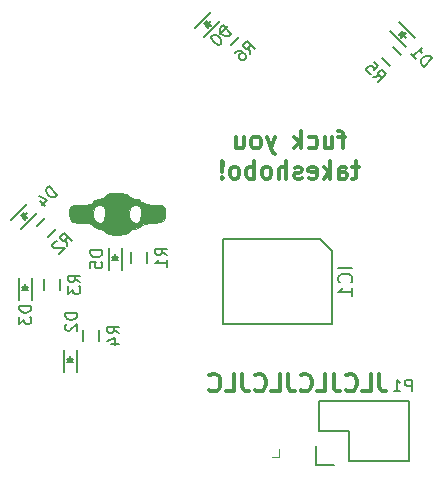
<source format=gbr>
G04 #@! TF.FileFunction,Legend,Bot*
%FSLAX46Y46*%
G04 Gerber Fmt 4.6, Leading zero omitted, Abs format (unit mm)*
G04 Created by KiCad (PCBNEW 4.0.5+dfsg1-4) date Sun Sep 22 16:13:37 2019*
%MOMM*%
%LPD*%
G01*
G04 APERTURE LIST*
%ADD10C,0.100000*%
%ADD11C,0.300000*%
%ADD12C,0.150000*%
%ADD13C,0.120000*%
%ADD14C,0.010000*%
G04 APERTURE END LIST*
D10*
D11*
X85232286Y-45901571D02*
X84660857Y-45901571D01*
X85018000Y-46901571D02*
X85018000Y-45615857D01*
X84946572Y-45473000D01*
X84803714Y-45401571D01*
X84660857Y-45401571D01*
X83518000Y-45901571D02*
X83518000Y-46901571D01*
X84160857Y-45901571D02*
X84160857Y-46687286D01*
X84089429Y-46830143D01*
X83946571Y-46901571D01*
X83732286Y-46901571D01*
X83589429Y-46830143D01*
X83518000Y-46758714D01*
X82160857Y-46830143D02*
X82303714Y-46901571D01*
X82589428Y-46901571D01*
X82732286Y-46830143D01*
X82803714Y-46758714D01*
X82875143Y-46615857D01*
X82875143Y-46187286D01*
X82803714Y-46044429D01*
X82732286Y-45973000D01*
X82589428Y-45901571D01*
X82303714Y-45901571D01*
X82160857Y-45973000D01*
X81518000Y-46901571D02*
X81518000Y-45401571D01*
X81375143Y-46330143D02*
X80946572Y-46901571D01*
X80946572Y-45901571D02*
X81518000Y-46473000D01*
X79303714Y-45901571D02*
X78946571Y-46901571D01*
X78589429Y-45901571D02*
X78946571Y-46901571D01*
X79089429Y-47258714D01*
X79160857Y-47330143D01*
X79303714Y-47401571D01*
X77803714Y-46901571D02*
X77946572Y-46830143D01*
X78018000Y-46758714D01*
X78089429Y-46615857D01*
X78089429Y-46187286D01*
X78018000Y-46044429D01*
X77946572Y-45973000D01*
X77803714Y-45901571D01*
X77589429Y-45901571D01*
X77446572Y-45973000D01*
X77375143Y-46044429D01*
X77303714Y-46187286D01*
X77303714Y-46615857D01*
X77375143Y-46758714D01*
X77446572Y-46830143D01*
X77589429Y-46901571D01*
X77803714Y-46901571D01*
X76018000Y-45901571D02*
X76018000Y-46901571D01*
X76660857Y-45901571D02*
X76660857Y-46687286D01*
X76589429Y-46830143D01*
X76446571Y-46901571D01*
X76232286Y-46901571D01*
X76089429Y-46830143D01*
X76018000Y-46758714D01*
X86410858Y-48451571D02*
X85839429Y-48451571D01*
X86196572Y-47951571D02*
X86196572Y-49237286D01*
X86125144Y-49380143D01*
X85982286Y-49451571D01*
X85839429Y-49451571D01*
X84696572Y-49451571D02*
X84696572Y-48665857D01*
X84768001Y-48523000D01*
X84910858Y-48451571D01*
X85196572Y-48451571D01*
X85339429Y-48523000D01*
X84696572Y-49380143D02*
X84839429Y-49451571D01*
X85196572Y-49451571D01*
X85339429Y-49380143D01*
X85410858Y-49237286D01*
X85410858Y-49094429D01*
X85339429Y-48951571D01*
X85196572Y-48880143D01*
X84839429Y-48880143D01*
X84696572Y-48808714D01*
X83982286Y-49451571D02*
X83982286Y-47951571D01*
X83839429Y-48880143D02*
X83410858Y-49451571D01*
X83410858Y-48451571D02*
X83982286Y-49023000D01*
X82196572Y-49380143D02*
X82339429Y-49451571D01*
X82625143Y-49451571D01*
X82768000Y-49380143D01*
X82839429Y-49237286D01*
X82839429Y-48665857D01*
X82768000Y-48523000D01*
X82625143Y-48451571D01*
X82339429Y-48451571D01*
X82196572Y-48523000D01*
X82125143Y-48665857D01*
X82125143Y-48808714D01*
X82839429Y-48951571D01*
X81553715Y-49380143D02*
X81410858Y-49451571D01*
X81125143Y-49451571D01*
X80982286Y-49380143D01*
X80910858Y-49237286D01*
X80910858Y-49165857D01*
X80982286Y-49023000D01*
X81125143Y-48951571D01*
X81339429Y-48951571D01*
X81482286Y-48880143D01*
X81553715Y-48737286D01*
X81553715Y-48665857D01*
X81482286Y-48523000D01*
X81339429Y-48451571D01*
X81125143Y-48451571D01*
X80982286Y-48523000D01*
X80268000Y-49451571D02*
X80268000Y-47951571D01*
X79625143Y-49451571D02*
X79625143Y-48665857D01*
X79696572Y-48523000D01*
X79839429Y-48451571D01*
X80053714Y-48451571D01*
X80196572Y-48523000D01*
X80268000Y-48594429D01*
X78696571Y-49451571D02*
X78839429Y-49380143D01*
X78910857Y-49308714D01*
X78982286Y-49165857D01*
X78982286Y-48737286D01*
X78910857Y-48594429D01*
X78839429Y-48523000D01*
X78696571Y-48451571D01*
X78482286Y-48451571D01*
X78339429Y-48523000D01*
X78268000Y-48594429D01*
X78196571Y-48737286D01*
X78196571Y-49165857D01*
X78268000Y-49308714D01*
X78339429Y-49380143D01*
X78482286Y-49451571D01*
X78696571Y-49451571D01*
X77553714Y-49451571D02*
X77553714Y-47951571D01*
X77553714Y-48523000D02*
X77410857Y-48451571D01*
X77125143Y-48451571D01*
X76982286Y-48523000D01*
X76910857Y-48594429D01*
X76839428Y-48737286D01*
X76839428Y-49165857D01*
X76910857Y-49308714D01*
X76982286Y-49380143D01*
X77125143Y-49451571D01*
X77410857Y-49451571D01*
X77553714Y-49380143D01*
X75982285Y-49451571D02*
X76125143Y-49380143D01*
X76196571Y-49308714D01*
X76268000Y-49165857D01*
X76268000Y-48737286D01*
X76196571Y-48594429D01*
X76125143Y-48523000D01*
X75982285Y-48451571D01*
X75768000Y-48451571D01*
X75625143Y-48523000D01*
X75553714Y-48594429D01*
X75482285Y-48737286D01*
X75482285Y-49165857D01*
X75553714Y-49308714D01*
X75625143Y-49380143D01*
X75768000Y-49451571D01*
X75982285Y-49451571D01*
X74839428Y-49308714D02*
X74768000Y-49380143D01*
X74839428Y-49451571D01*
X74910857Y-49380143D01*
X74839428Y-49308714D01*
X74839428Y-49451571D01*
X74839428Y-48880143D02*
X74910857Y-48023000D01*
X74839428Y-47951571D01*
X74768000Y-48023000D01*
X74839428Y-48880143D01*
X74839428Y-47951571D01*
X88108572Y-65978571D02*
X88108572Y-67050000D01*
X88180000Y-67264286D01*
X88322857Y-67407143D01*
X88537143Y-67478571D01*
X88680000Y-67478571D01*
X86680000Y-67478571D02*
X87394286Y-67478571D01*
X87394286Y-65978571D01*
X85322857Y-67335714D02*
X85394286Y-67407143D01*
X85608572Y-67478571D01*
X85751429Y-67478571D01*
X85965714Y-67407143D01*
X86108572Y-67264286D01*
X86180000Y-67121429D01*
X86251429Y-66835714D01*
X86251429Y-66621429D01*
X86180000Y-66335714D01*
X86108572Y-66192857D01*
X85965714Y-66050000D01*
X85751429Y-65978571D01*
X85608572Y-65978571D01*
X85394286Y-66050000D01*
X85322857Y-66121429D01*
X84251429Y-65978571D02*
X84251429Y-67050000D01*
X84322857Y-67264286D01*
X84465714Y-67407143D01*
X84680000Y-67478571D01*
X84822857Y-67478571D01*
X82822857Y-67478571D02*
X83537143Y-67478571D01*
X83537143Y-65978571D01*
X81465714Y-67335714D02*
X81537143Y-67407143D01*
X81751429Y-67478571D01*
X81894286Y-67478571D01*
X82108571Y-67407143D01*
X82251429Y-67264286D01*
X82322857Y-67121429D01*
X82394286Y-66835714D01*
X82394286Y-66621429D01*
X82322857Y-66335714D01*
X82251429Y-66192857D01*
X82108571Y-66050000D01*
X81894286Y-65978571D01*
X81751429Y-65978571D01*
X81537143Y-66050000D01*
X81465714Y-66121429D01*
X80394286Y-65978571D02*
X80394286Y-67050000D01*
X80465714Y-67264286D01*
X80608571Y-67407143D01*
X80822857Y-67478571D01*
X80965714Y-67478571D01*
X78965714Y-67478571D02*
X79680000Y-67478571D01*
X79680000Y-65978571D01*
X77608571Y-67335714D02*
X77680000Y-67407143D01*
X77894286Y-67478571D01*
X78037143Y-67478571D01*
X78251428Y-67407143D01*
X78394286Y-67264286D01*
X78465714Y-67121429D01*
X78537143Y-66835714D01*
X78537143Y-66621429D01*
X78465714Y-66335714D01*
X78394286Y-66192857D01*
X78251428Y-66050000D01*
X78037143Y-65978571D01*
X77894286Y-65978571D01*
X77680000Y-66050000D01*
X77608571Y-66121429D01*
X76537143Y-65978571D02*
X76537143Y-67050000D01*
X76608571Y-67264286D01*
X76751428Y-67407143D01*
X76965714Y-67478571D01*
X77108571Y-67478571D01*
X75108571Y-67478571D02*
X75822857Y-67478571D01*
X75822857Y-65978571D01*
X73751428Y-67335714D02*
X73822857Y-67407143D01*
X74037143Y-67478571D01*
X74180000Y-67478571D01*
X74394285Y-67407143D01*
X74537143Y-67264286D01*
X74608571Y-67121429D01*
X74680000Y-66835714D01*
X74680000Y-66621429D01*
X74608571Y-66335714D01*
X74537143Y-66192857D01*
X74394285Y-66050000D01*
X74180000Y-65978571D01*
X74037143Y-65978571D01*
X73822857Y-66050000D01*
X73751428Y-66121429D01*
D12*
X72493274Y-36710909D02*
X73836777Y-35367406D01*
X73271091Y-37488726D02*
X74614594Y-36145223D01*
X73518579Y-36463421D02*
X73836777Y-36145223D01*
X73660000Y-36675553D02*
X73306447Y-36322000D01*
X73483223Y-36498777D02*
X73836777Y-36498777D01*
X73836777Y-36498777D02*
X73483223Y-36145223D01*
X73483223Y-36145223D02*
X73483223Y-36498777D01*
X89781091Y-36171274D02*
X91124594Y-37514777D01*
X89003274Y-36949091D02*
X90346777Y-38292594D01*
X90028579Y-37196579D02*
X90346777Y-37514777D01*
X89816447Y-37338000D02*
X90170000Y-36984447D01*
X89993223Y-37161223D02*
X89993223Y-37514777D01*
X89993223Y-37514777D02*
X90346777Y-37161223D01*
X90346777Y-37161223D02*
X89993223Y-37161223D01*
X61426000Y-65870000D02*
X61426000Y-63970000D01*
X62526000Y-65870000D02*
X62526000Y-63970000D01*
X61976000Y-64970000D02*
X61976000Y-64520000D01*
X62226000Y-65020000D02*
X61726000Y-65020000D01*
X61976000Y-65020000D02*
X62226000Y-64770000D01*
X62226000Y-64770000D02*
X61726000Y-64770000D01*
X61726000Y-64770000D02*
X61976000Y-65020000D01*
X57616000Y-59774000D02*
X57616000Y-57874000D01*
X58716000Y-59774000D02*
X58716000Y-57874000D01*
X58166000Y-58874000D02*
X58166000Y-58424000D01*
X58416000Y-58924000D02*
X57916000Y-58924000D01*
X58166000Y-58924000D02*
X58416000Y-58674000D01*
X58416000Y-58674000D02*
X57916000Y-58674000D01*
X57916000Y-58674000D02*
X58166000Y-58924000D01*
X56983439Y-52966909D02*
X58326942Y-51623406D01*
X57761256Y-53744726D02*
X59104759Y-52401223D01*
X58008744Y-52719421D02*
X58326942Y-52401223D01*
X58150165Y-52931553D02*
X57796612Y-52578000D01*
X57973388Y-52754777D02*
X58326942Y-52754777D01*
X58326942Y-52754777D02*
X57973388Y-52401223D01*
X57973388Y-52401223D02*
X57973388Y-52754777D01*
X65236000Y-57234000D02*
X65236000Y-55334000D01*
X66336000Y-57234000D02*
X66336000Y-55334000D01*
X65786000Y-56334000D02*
X65786000Y-55884000D01*
X66036000Y-56384000D02*
X65536000Y-56384000D01*
X65786000Y-56384000D02*
X66036000Y-56134000D01*
X66036000Y-56134000D02*
X65536000Y-56134000D01*
X65536000Y-56134000D02*
X65786000Y-56384000D01*
X83112000Y-54566000D02*
X84112000Y-55566000D01*
X84112000Y-55566000D02*
X84112000Y-61766000D01*
X84112000Y-61766000D02*
X74892000Y-61766000D01*
X74892000Y-61766000D02*
X74892000Y-54566000D01*
X74892000Y-54566000D02*
X83112000Y-54566000D01*
D13*
X79665000Y-72995000D02*
X79665000Y-72360000D01*
X79030000Y-72995000D02*
X79665000Y-72995000D01*
D12*
X90678000Y-73406000D02*
X85598000Y-73406000D01*
X82778000Y-73686000D02*
X84328000Y-73686000D01*
X83058000Y-70866000D02*
X85598000Y-70866000D01*
X85598000Y-70866000D02*
X85598000Y-73406000D01*
X90678000Y-73406000D02*
X90678000Y-68326000D01*
X90678000Y-68326000D02*
X85598000Y-68326000D01*
X82778000Y-73686000D02*
X82778000Y-72136000D01*
X83058000Y-68326000D02*
X83058000Y-70866000D01*
X85598000Y-68326000D02*
X83058000Y-68326000D01*
X67143000Y-55634000D02*
X67143000Y-56634000D01*
X68493000Y-56634000D02*
X68493000Y-55634000D01*
X59820256Y-52763150D02*
X59113150Y-53470256D01*
X60067744Y-54424850D02*
X60774850Y-53717744D01*
X59777000Y-57920000D02*
X59777000Y-58920000D01*
X61127000Y-58920000D02*
X61127000Y-57920000D01*
X63079000Y-62238000D02*
X63079000Y-63238000D01*
X64429000Y-63238000D02*
X64429000Y-62238000D01*
X89983033Y-38992256D02*
X89275927Y-38285150D01*
X88321333Y-39239744D02*
X89028439Y-39946850D01*
X75314256Y-36507150D02*
X74607150Y-37214256D01*
X75561744Y-38168850D02*
X76268850Y-37461744D01*
D14*
G36*
X66576221Y-54151666D02*
X66930092Y-54010937D01*
X66956000Y-53954000D01*
X67168737Y-53747630D01*
X67464000Y-53700000D01*
X67876741Y-53593632D01*
X67972000Y-53446000D01*
X68197336Y-53286945D01*
X68760254Y-53198477D01*
X68988000Y-53192000D01*
X69639466Y-53161910D01*
X69929071Y-52998846D01*
X70002397Y-52593625D01*
X70004000Y-52430000D01*
X69963878Y-51941400D01*
X69746461Y-51724197D01*
X69206165Y-51669203D01*
X68988000Y-51668000D01*
X68351778Y-51611666D01*
X67997907Y-51470937D01*
X67972000Y-51414000D01*
X67759262Y-51207630D01*
X67464000Y-51160000D01*
X67051258Y-51053632D01*
X66956000Y-50906000D01*
X66730663Y-50746945D01*
X66167745Y-50658477D01*
X65940000Y-50652000D01*
X65303778Y-50708335D01*
X64949907Y-50849064D01*
X64924000Y-50906000D01*
X64711262Y-51112371D01*
X64416000Y-51160000D01*
X64003258Y-51266369D01*
X63908000Y-51414000D01*
X63682663Y-51573056D01*
X63119745Y-51661524D01*
X62892000Y-51668000D01*
X62240533Y-51698091D01*
X61950928Y-51861155D01*
X61877602Y-52266376D01*
X61876000Y-52430000D01*
X63908000Y-52430000D01*
X63987831Y-51872240D01*
X64284865Y-51675862D01*
X64416000Y-51668000D01*
X64787840Y-51787748D01*
X64918759Y-52233299D01*
X64924000Y-52430000D01*
X66956000Y-52430000D01*
X67035831Y-51872240D01*
X67332865Y-51675862D01*
X67464000Y-51668000D01*
X67835840Y-51787748D01*
X67966759Y-52233299D01*
X67972000Y-52430000D01*
X67892168Y-52987761D01*
X67595134Y-53184139D01*
X67464000Y-53192000D01*
X67092159Y-53072253D01*
X66961240Y-52626702D01*
X66956000Y-52430000D01*
X64924000Y-52430000D01*
X64844168Y-52987761D01*
X64547134Y-53184139D01*
X64416000Y-53192000D01*
X64044159Y-53072253D01*
X63913240Y-52626702D01*
X63908000Y-52430000D01*
X61876000Y-52430000D01*
X61916121Y-52918601D01*
X62133538Y-53135804D01*
X62673834Y-53190798D01*
X62892000Y-53192000D01*
X63528221Y-53248335D01*
X63882092Y-53389064D01*
X63908000Y-53446000D01*
X64120737Y-53652371D01*
X64416000Y-53700000D01*
X64828741Y-53806369D01*
X64924000Y-53954000D01*
X65149336Y-54113056D01*
X65712254Y-54201524D01*
X65940000Y-54208000D01*
X66576221Y-54151666D01*
X66576221Y-54151666D01*
G37*
X66576221Y-54151666D02*
X66930092Y-54010937D01*
X66956000Y-53954000D01*
X67168737Y-53747630D01*
X67464000Y-53700000D01*
X67876741Y-53593632D01*
X67972000Y-53446000D01*
X68197336Y-53286945D01*
X68760254Y-53198477D01*
X68988000Y-53192000D01*
X69639466Y-53161910D01*
X69929071Y-52998846D01*
X70002397Y-52593625D01*
X70004000Y-52430000D01*
X69963878Y-51941400D01*
X69746461Y-51724197D01*
X69206165Y-51669203D01*
X68988000Y-51668000D01*
X68351778Y-51611666D01*
X67997907Y-51470937D01*
X67972000Y-51414000D01*
X67759262Y-51207630D01*
X67464000Y-51160000D01*
X67051258Y-51053632D01*
X66956000Y-50906000D01*
X66730663Y-50746945D01*
X66167745Y-50658477D01*
X65940000Y-50652000D01*
X65303778Y-50708335D01*
X64949907Y-50849064D01*
X64924000Y-50906000D01*
X64711262Y-51112371D01*
X64416000Y-51160000D01*
X64003258Y-51266369D01*
X63908000Y-51414000D01*
X63682663Y-51573056D01*
X63119745Y-51661524D01*
X62892000Y-51668000D01*
X62240533Y-51698091D01*
X61950928Y-51861155D01*
X61877602Y-52266376D01*
X61876000Y-52430000D01*
X63908000Y-52430000D01*
X63987831Y-51872240D01*
X64284865Y-51675862D01*
X64416000Y-51668000D01*
X64787840Y-51787748D01*
X64918759Y-52233299D01*
X64924000Y-52430000D01*
X66956000Y-52430000D01*
X67035831Y-51872240D01*
X67332865Y-51675862D01*
X67464000Y-51668000D01*
X67835840Y-51787748D01*
X67966759Y-52233299D01*
X67972000Y-52430000D01*
X67892168Y-52987761D01*
X67595134Y-53184139D01*
X67464000Y-53192000D01*
X67092159Y-53072253D01*
X66961240Y-52626702D01*
X66956000Y-52430000D01*
X64924000Y-52430000D01*
X64844168Y-52987761D01*
X64547134Y-53184139D01*
X64416000Y-53192000D01*
X64044159Y-53072253D01*
X63913240Y-52626702D01*
X63908000Y-52430000D01*
X61876000Y-52430000D01*
X61916121Y-52918601D01*
X62133538Y-53135804D01*
X62673834Y-53190798D01*
X62892000Y-53192000D01*
X63528221Y-53248335D01*
X63882092Y-53389064D01*
X63908000Y-53446000D01*
X64120737Y-53652371D01*
X64416000Y-53700000D01*
X64828741Y-53806369D01*
X64924000Y-53954000D01*
X65149336Y-54113056D01*
X65712254Y-54201524D01*
X65940000Y-54208000D01*
X66576221Y-54151666D01*
D12*
X75562454Y-37180630D02*
X74855347Y-36473523D01*
X74686988Y-36641882D01*
X74619644Y-36776569D01*
X74619644Y-36911256D01*
X74653316Y-37012271D01*
X74754331Y-37180630D01*
X74855347Y-37281646D01*
X75023705Y-37382661D01*
X75124721Y-37416332D01*
X75259407Y-37416332D01*
X75394095Y-37348988D01*
X75562454Y-37180630D01*
X74013553Y-37315317D02*
X73946209Y-37382661D01*
X73912537Y-37483676D01*
X73912537Y-37551019D01*
X73946209Y-37652034D01*
X74047224Y-37820393D01*
X74215584Y-37988752D01*
X74383942Y-38089767D01*
X74484957Y-38123439D01*
X74552301Y-38123439D01*
X74653316Y-38089767D01*
X74720660Y-38022423D01*
X74754332Y-37921408D01*
X74754332Y-37854065D01*
X74720660Y-37753050D01*
X74619645Y-37584691D01*
X74451286Y-37416332D01*
X74282927Y-37315317D01*
X74181912Y-37281645D01*
X74114568Y-37281645D01*
X74013553Y-37315317D01*
X91872030Y-39991794D02*
X92579137Y-39284687D01*
X92410778Y-39116328D01*
X92276091Y-39048984D01*
X92141404Y-39048984D01*
X92040389Y-39082656D01*
X91872030Y-39183671D01*
X91771014Y-39284687D01*
X91669999Y-39453045D01*
X91636328Y-39554061D01*
X91636328Y-39688747D01*
X91703672Y-39823435D01*
X91872030Y-39991794D01*
X90794534Y-38914297D02*
X91198595Y-39318359D01*
X90996565Y-39116328D02*
X91703672Y-38409222D01*
X91670000Y-38577580D01*
X91670000Y-38712267D01*
X91703672Y-38813282D01*
X62542381Y-60831905D02*
X61542381Y-60831905D01*
X61542381Y-61070000D01*
X61590000Y-61212858D01*
X61685238Y-61308096D01*
X61780476Y-61355715D01*
X61970952Y-61403334D01*
X62113810Y-61403334D01*
X62304286Y-61355715D01*
X62399524Y-61308096D01*
X62494762Y-61212858D01*
X62542381Y-61070000D01*
X62542381Y-60831905D01*
X61637619Y-61784286D02*
X61590000Y-61831905D01*
X61542381Y-61927143D01*
X61542381Y-62165239D01*
X61590000Y-62260477D01*
X61637619Y-62308096D01*
X61732857Y-62355715D01*
X61828095Y-62355715D01*
X61970952Y-62308096D01*
X62542381Y-61736667D01*
X62542381Y-62355715D01*
X58662381Y-60231905D02*
X57662381Y-60231905D01*
X57662381Y-60470000D01*
X57710000Y-60612858D01*
X57805238Y-60708096D01*
X57900476Y-60755715D01*
X58090952Y-60803334D01*
X58233810Y-60803334D01*
X58424286Y-60755715D01*
X58519524Y-60708096D01*
X58614762Y-60612858D01*
X58662381Y-60470000D01*
X58662381Y-60231905D01*
X57662381Y-61136667D02*
X57662381Y-61755715D01*
X58043333Y-61422381D01*
X58043333Y-61565239D01*
X58090952Y-61660477D01*
X58138571Y-61708096D01*
X58233810Y-61755715D01*
X58471905Y-61755715D01*
X58567143Y-61708096D01*
X58614762Y-61660477D01*
X58662381Y-61565239D01*
X58662381Y-61279524D01*
X58614762Y-61184286D01*
X58567143Y-61136667D01*
X60875959Y-50807970D02*
X60168852Y-50100863D01*
X60000493Y-50269222D01*
X59933149Y-50403909D01*
X59933149Y-50538596D01*
X59966821Y-50639611D01*
X60067836Y-50807970D01*
X60168852Y-50908986D01*
X60337210Y-51010001D01*
X60438226Y-51043672D01*
X60572912Y-51043672D01*
X60707600Y-50976328D01*
X60875959Y-50807970D01*
X59394401Y-51346718D02*
X59865806Y-51818123D01*
X59293387Y-50908985D02*
X59966822Y-51245703D01*
X59529089Y-51683436D01*
X64662381Y-55531905D02*
X63662381Y-55531905D01*
X63662381Y-55770000D01*
X63710000Y-55912858D01*
X63805238Y-56008096D01*
X63900476Y-56055715D01*
X64090952Y-56103334D01*
X64233810Y-56103334D01*
X64424286Y-56055715D01*
X64519524Y-56008096D01*
X64614762Y-55912858D01*
X64662381Y-55770000D01*
X64662381Y-55531905D01*
X63662381Y-57008096D02*
X63662381Y-56531905D01*
X64138571Y-56484286D01*
X64090952Y-56531905D01*
X64043333Y-56627143D01*
X64043333Y-56865239D01*
X64090952Y-56960477D01*
X64138571Y-57008096D01*
X64233810Y-57055715D01*
X64471905Y-57055715D01*
X64567143Y-57008096D01*
X64614762Y-56960477D01*
X64662381Y-56865239D01*
X64662381Y-56627143D01*
X64614762Y-56531905D01*
X64567143Y-56484286D01*
X85854857Y-56994571D02*
X84654857Y-56994571D01*
X85740571Y-58251715D02*
X85797714Y-58194572D01*
X85854857Y-58023143D01*
X85854857Y-57908857D01*
X85797714Y-57737429D01*
X85683429Y-57623143D01*
X85569143Y-57566000D01*
X85340571Y-57508857D01*
X85169143Y-57508857D01*
X84940571Y-57566000D01*
X84826286Y-57623143D01*
X84712000Y-57737429D01*
X84654857Y-57908857D01*
X84654857Y-58023143D01*
X84712000Y-58194572D01*
X84769143Y-58251715D01*
X85854857Y-59394572D02*
X85854857Y-58708857D01*
X85854857Y-59051715D02*
X84654857Y-59051715D01*
X84826286Y-58937429D01*
X84940571Y-58823143D01*
X84997714Y-58708857D01*
X90858095Y-67482381D02*
X90858095Y-66482381D01*
X90477142Y-66482381D01*
X90381904Y-66530000D01*
X90334285Y-66577619D01*
X90286666Y-66672857D01*
X90286666Y-66815714D01*
X90334285Y-66910952D01*
X90381904Y-66958571D01*
X90477142Y-67006190D01*
X90858095Y-67006190D01*
X89334285Y-67482381D02*
X89905714Y-67482381D01*
X89620000Y-67482381D02*
X89620000Y-66482381D01*
X89715238Y-66625238D01*
X89810476Y-66720476D01*
X89905714Y-66768095D01*
X70170381Y-55967334D02*
X69694190Y-55634000D01*
X70170381Y-55395905D02*
X69170381Y-55395905D01*
X69170381Y-55776858D01*
X69218000Y-55872096D01*
X69265619Y-55919715D01*
X69360857Y-55967334D01*
X69503714Y-55967334D01*
X69598952Y-55919715D01*
X69646571Y-55872096D01*
X69694190Y-55776858D01*
X69694190Y-55395905D01*
X70170381Y-56919715D02*
X70170381Y-56348286D01*
X70170381Y-56634000D02*
X69170381Y-56634000D01*
X69313238Y-56538762D01*
X69408476Y-56443524D01*
X69456095Y-56348286D01*
X61725235Y-55139534D02*
X61624220Y-54567113D01*
X62129297Y-54735473D02*
X61422190Y-54028366D01*
X61152815Y-54297740D01*
X61119144Y-54398756D01*
X61119144Y-54466099D01*
X61152815Y-54567114D01*
X61253831Y-54668129D01*
X61354846Y-54701801D01*
X61422189Y-54701801D01*
X61523204Y-54668129D01*
X61792579Y-54398755D01*
X60816098Y-54769144D02*
X60748755Y-54769144D01*
X60647740Y-54802816D01*
X60479380Y-54971175D01*
X60445709Y-55072191D01*
X60445709Y-55139534D01*
X60479380Y-55240549D01*
X60546724Y-55307893D01*
X60681411Y-55375236D01*
X61489533Y-55375236D01*
X61051800Y-55812969D01*
X62804381Y-58253334D02*
X62328190Y-57920000D01*
X62804381Y-57681905D02*
X61804381Y-57681905D01*
X61804381Y-58062858D01*
X61852000Y-58158096D01*
X61899619Y-58205715D01*
X61994857Y-58253334D01*
X62137714Y-58253334D01*
X62232952Y-58205715D01*
X62280571Y-58158096D01*
X62328190Y-58062858D01*
X62328190Y-57681905D01*
X61804381Y-58586667D02*
X61804381Y-59205715D01*
X62185333Y-58872381D01*
X62185333Y-59015239D01*
X62232952Y-59110477D01*
X62280571Y-59158096D01*
X62375810Y-59205715D01*
X62613905Y-59205715D01*
X62709143Y-59158096D01*
X62756762Y-59110477D01*
X62804381Y-59015239D01*
X62804381Y-58729524D01*
X62756762Y-58634286D01*
X62709143Y-58586667D01*
X66106381Y-62571334D02*
X65630190Y-62238000D01*
X66106381Y-61999905D02*
X65106381Y-61999905D01*
X65106381Y-62380858D01*
X65154000Y-62476096D01*
X65201619Y-62523715D01*
X65296857Y-62571334D01*
X65439714Y-62571334D01*
X65534952Y-62523715D01*
X65582571Y-62476096D01*
X65630190Y-62380858D01*
X65630190Y-61999905D01*
X65439714Y-63428477D02*
X66106381Y-63428477D01*
X65058762Y-63190381D02*
X65773048Y-62952286D01*
X65773048Y-63571334D01*
X87606649Y-40897235D02*
X88179070Y-40796220D01*
X88010710Y-41301297D02*
X88717817Y-40594190D01*
X88448443Y-40324815D01*
X88347427Y-40291144D01*
X88280084Y-40291144D01*
X88179069Y-40324815D01*
X88078054Y-40425831D01*
X88044382Y-40526846D01*
X88044382Y-40594189D01*
X88078054Y-40695204D01*
X88347428Y-40964579D01*
X87673992Y-39550365D02*
X88010710Y-39887083D01*
X87707665Y-40257472D01*
X87707665Y-40190129D01*
X87673993Y-40089113D01*
X87505634Y-39920754D01*
X87404619Y-39887082D01*
X87337275Y-39887082D01*
X87236259Y-39920755D01*
X87067901Y-40089113D01*
X87034229Y-40190129D01*
X87034229Y-40257472D01*
X87067901Y-40358487D01*
X87236260Y-40526846D01*
X87337275Y-40560518D01*
X87404619Y-40560518D01*
X77219235Y-38883534D02*
X77118220Y-38311113D01*
X77623297Y-38479473D02*
X76916190Y-37772366D01*
X76646815Y-38041740D01*
X76613144Y-38142756D01*
X76613144Y-38210099D01*
X76646815Y-38311114D01*
X76747831Y-38412129D01*
X76848846Y-38445801D01*
X76916189Y-38445801D01*
X77017204Y-38412129D01*
X77286579Y-38142755D01*
X75906037Y-38782519D02*
X76040725Y-38647831D01*
X76141740Y-38614160D01*
X76209083Y-38614160D01*
X76377442Y-38647831D01*
X76545800Y-38748846D01*
X76815175Y-39018221D01*
X76848846Y-39119236D01*
X76848846Y-39186579D01*
X76815175Y-39287595D01*
X76680487Y-39422282D01*
X76579472Y-39455954D01*
X76512129Y-39455954D01*
X76411113Y-39422282D01*
X76242755Y-39253924D01*
X76209082Y-39152908D01*
X76209082Y-39085564D01*
X76242754Y-38984549D01*
X76377442Y-38849862D01*
X76478457Y-38816190D01*
X76545800Y-38816190D01*
X76646816Y-38849862D01*
M02*

</source>
